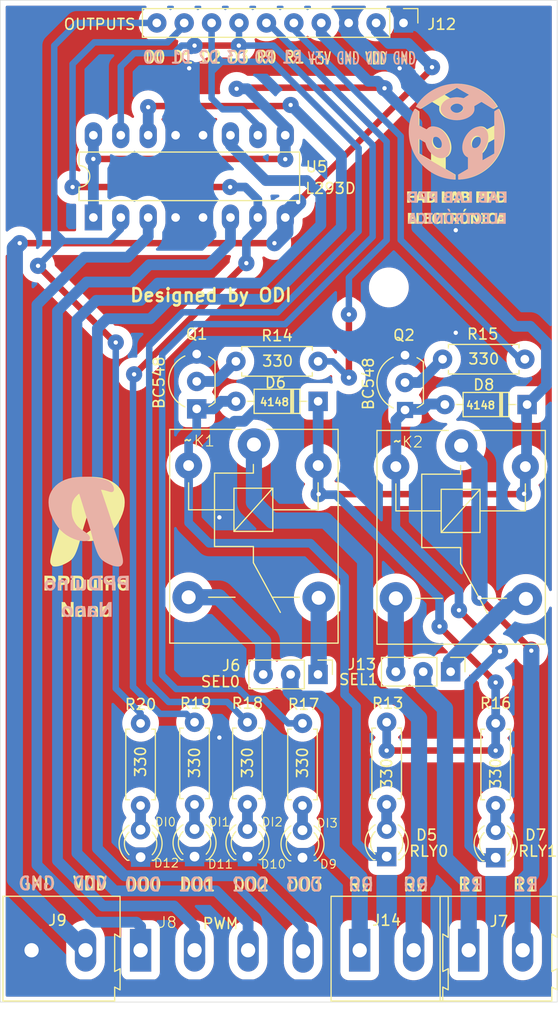
<source format=kicad_pcb>
(kicad_pcb (version 20240108) (generator "pcbnew") (generator_version "8.0")
  (layers (0 "F.Cu" signal) (31 "B.Cu" signal) (34 "B.Paste" user) (35 "F.Paste" user) (36 "B.SilkS" user "B.Silkscreen") (37 "F.SilkS" user "F.Silkscreen") (38 "B.Mask" user) (39 "F.Mask" user) (44 "Edge.Cuts" user))
  (net 0 "")
  (net 1 "Net-(D5-A)")
  (net 2 "Net-(D5-K)")
  (net 3 "Net-(D7-A)")
  (net 4 "Net-(D7-K)")
  (net 5 "GND")
  (net 6 "Net-(D9-A)")
  (net 7 "Net-(D10-A)")
  (net 8 "Net-(D11-A)")
  (net 9 "+5V")
  (net 10 "Net-(D12-A)")
  (net 11 "Net-(J6-Pin_3)")
  (net 12 "Net-(J6-Pin_1)")
  (net 13 "Net-(J14-Pin_1)")
  (net 14 "Net-(J13-Pin_2)")
  (net 15 "Net-(J7-Pin_2)")
  (net 16 "/PWM3")
  (net 17 "/PWM1")
  (net 18 "/PWM2")
  (net 19 "/PWM0")
  (net 20 "VDD")
  (net 21 "Net-(J13-Pin_3)")
  (net 22 "Net-(J13-Pin_1)")
  (net 23 "Net-(J14-Pin_2)")
  (net 24 "Net-(Q1-B)")
  (net 25 "Net-(Q2-B)")
  (net 26 "/RLY0")
  (net 27 "/RLY1")
  (net 28 "/PWM3m")
  (net 29 "/PWM2m")
  (net 30 "/PWM1m")
  (net 31 "/PWM0m")
  (footprint "Logo Fab Lab PPD Electronica:Logo Fab Lab PPD Electronica" (layer "F.Cu") (at 159.9 58)
    (property "Reference" "G***" (hide yes))
    (property "Value" "LOGO" (hide yes))
  )
  (footprint "Logo PPDuino Nano:Logo PPDuino Nano" (layer "F.Cu") (at 125.6 94.4)
    (property "Reference" "G***" (hide yes))
    (property "Value" "LOGO" (hide yes))
  )
  (footprint "Codigo_lib:Relay" (layer "F.Cu") (at 140.75 93.475 -90)
    (property "Reference" "K1")
    (property "Value" "~")
  )
  (footprint "Resistor_THT:R_Axial_DIN0207_L6.3mm_D2.5mm_P7.62mm_Horizontal" (layer "F.Cu") (at 139.43 77.225)
    (property "Reference" "R14")
    (property "Value" "330")
  )
  (footprint "Diode_THT:D_DO-35_SOD27_P7.62mm_Horizontal" (layer "F.Cu") (at 147.05 80.925 180)
    (property "Reference" "D6")
    (property "Value" "4148")
  )
  (footprint "Package_DIP:DIP-16_W7.62mm_LongPads" (layer "F.Cu") (at 126.225 63.895 90)
    (property "Reference" "U5")
    (property "Value" "L293D")
  )
  (footprint "Codigo_lib:Relay" (layer "F.Cu") (at 159.95 93.575 -90)
    (property "Reference" "K2")
    (property "Value" "~")
  )
  (footprint "Connector_PinHeader_2.54mm:PinHeader_1x03_P2.54mm_Vertical" (layer "F.Cu") (at 147.04 106.225 -90)
    (property "Reference" "J6")
    (property "Value" "SEL0")
  )
  (footprint "Borneras:TerminalBlock_Altech_AK300-4_P5.00mm" (layer "F.Cu") (at 130.56 131.875)
    (property "Reference" "J8")
    (property "Value" "PWM")
  )
  (footprint "Resistor_THT:R_Axial_DIN0207_L6.3mm_D2.5mm_P7.62mm_Horizontal" (layer "F.Cu") (at 135.6 118.275 90)
    (property "Reference" "R19")
    (property "Value" "330")
  )
  (footprint "Connector_PinHeader_2.54mm:PinHeader_1x03_P2.54mm_Vertical" (layer "F.Cu") (at 159.325 105.975 -90)
    (property "Reference" "J13")
    (property "Value" "SEL1")
  )
  (footprint "Connector_PinHeader_2.54mm:PinHeader_1x10_P2.54mm_Vertical" (layer "F.Cu") (at 154.96 45.875 -90)
    (property "Reference" "J12")
    (property "Value" "OUTPUTS")
  )
  (footprint "Package_TO_SOT_THT:TO-92L_Inline_Wide" (layer "F.Cu") (at 135.8 81.625 90)
    (property "Reference" "Q1")
    (property "Value" "BC548")
  )
  (footprint "Borneras:TerminalBlock_Altech_AK300-2_P5.00mm" (layer "F.Cu") (at 120.5 131.775)
    (property "Reference" "J9")
    (property "Value" "PWR_OUT")
  )
  (footprint "Borneras:TerminalBlock_Altech_AK300-2_P5.00mm" (layer "F.Cu") (at 150.9 131.775)
    (property "Reference" "J14")
    (property "Value" "RLY0")
  )
  (footprint "Resistor_THT:R_Axial_DIN0207_L6.3mm_D2.5mm_P7.62mm_Horizontal" (layer "F.Cu") (at 158.58 77.025)
    (property "Reference" "R15")
    (property "Value" "330")
  )
  (footprint "Resistor_THT:R_Axial_DIN0207_L6.3mm_D2.5mm_P7.62mm_Horizontal" (layer "F.Cu") (at 145.6 118.375 90)
    (property "Reference" "R17")
    (property "Value" "330")
  )
  (footprint "LED_THT:LED_D3.0mm_IRBlack" (layer "F.Cu") (at 140.5 123.1 90)
    (property "Reference" "D10")
    (property "Value" "DI2")
  )
  (footprint "LED_THT:LED_D3.0mm_IRBlack" (layer "F.Cu") (at 135.6 123.1 90)
    (property "Reference" "D11")
    (property "Value" "DI1")
  )
  (footprint "MountingHole:MountingHole_3.2mm_M3" (layer "F.Cu") (at 153.6 70.375)
    (property "Reference" "REF**" (hide yes))
    (property "Value" "MountingHole_3.2mm_M3" (hide yes))
  )
  (footprint "Package_TO_SOT_THT:TO-92L_Inline_Wide" (layer "F.Cu") (at 155.1 81.725 90)
    (property "Reference" "Q2")
    (property "Value" "BC548")
  )
  (footprint "Diode_THT:D_DO-35_SOD27_P7.62mm_Horizontal" (layer "F.Cu") (at 166.41 81.225 180)
    (property "Reference" "D8")
    (property "Value" "4148")
  )
  (footprint "Borneras:TerminalBlock_Altech_AK300-2_P5.00mm" (layer "F.Cu") (at 161 131.775)
    (property "Reference" "J7")
    (property "Value" "RLY1")
  )
  (footprint "LED_THT:LED_D3.0mm_IRBlack" (layer "F.Cu") (at 145.6 123.2 90)
    (property "Reference" "D9")
    (property "Value" "DI3")
  )
  (footprint "LED_THT:LED_D3.0mm_IRBlack" (layer "F.Cu") (at 153.4 123.1 90)
    (property "Reference" "D5")
    (property "Value" "RLY0")
  )
  (footprint "Resistor_THT:R_Axial_DIN0207_L6.3mm_D2.5mm_P7.62mm_Horizontal" (layer "F.Cu") (at 130.6 118.375 90)
    (property "Reference" "R20")
    (property "Value" "330")
  )
  (footprint "Resistor_THT:R_Axial_DIN0207_L6.3mm_D2.5mm_P7.62mm_Horizontal" (layer "F.Cu") (at 153.4 118.275 90)
    (property "Reference" "R13")
    (property "Value" "330")
  )
  (footprint "Resistor_THT:R_Axial_DIN0207_L6.3mm_D2.5mm_P7.62mm_Horizontal" (layer "F.Cu") (at 163.5 118.375 90)
    (property "Reference" "R16")
    (property "Value" "330")
  )
  (footprint "Resistor_THT:R_Axial_DIN0207_L6.3mm_D2.5mm_P7.62mm_Horizontal" (layer "F.Cu") (at 140.5 118.275 90)
    (property "Reference" "R18")
    (property "Value" "330")
  )
  (footprint "LED_THT:LED_D3.0mm_IRBlack" (layer "F.Cu") (at 130.6 123.15 90)
    (property "Reference" "D12")
    (property "Value" "DI0")
  )
  (footprint "LED_THT:LED_D3.0mm_IRBlack" (layer "F.Cu") (at 163.5 123.2 90)
    (property "Reference" "D7")
    (property "Value" "RLY1")
  )
  (footprint "Logo Fab Lab PPD Electronica:Logo Fab Lab PPD Electronica" (layer "B.Cu") (at 159.9 58 180)
    (property "Reference" "G***" (hide yes))
    (property "Value" "LOGO" (hide yes))
  )
  (footprint "Logo PPDuino Nano:Logo PPDuino Nano" (layer "B.Cu") (at 125.6 94.4 180)
    (property "Reference" "G***" (hide yes))
    (property "Value" "LOGO" (hide yes))
  )
  (gr_rect (start 117.6 43.775) (end 169.2 136.575) (stroke (width 0.05)) (fill none) (layer "Edge.Cuts"))
  (gr_text "R1 R0 D3 D2 D1 D0" (at 145.7 49.7 0) (layer "B.SilkS") (effects (font (size 1.1 0.95) (thickness 0.19) (bold yes)) (justify left bottom mirror)))
  (gr_text "R1   R1   R0   R0" (at 167.6 126.4 0) (layer "B.SilkS") (effects (font (size 1.2 1.2) (thickness 0.2) (bold yes)) (justify left bottom mirror)))
  (gr_text "VDD  GND" (at 127.6 126.3 0) (layer "B.SilkS") (effects (font (size 1.2 1.1) (thickness 0.2) (bold yes)) (justify left bottom mirror)))
  (gr_text "DO3  DO2  DO1  DO0" (at 147.5 126.4 0) (layer "B.SilkS") (effects (font (size 1.2 1.1) (thickness 0.2) (bold yes)) (justify left bottom mirror)))
  (gr_text "GND VDD GND +5V" (at 156.2 49.8 0) (layer "B.SilkS") (effects (font (size 1.1 0.7) (thickness 0.14) (bold yes)) (justify left bottom mirror)))
  (gr_text "DO0  DO1  DO2  DO3" (at 129.1 126.4 0) (layer "F.SilkS") (effects (font (size 1.2 1.1) (thickness 0.2) (bold yes)) (justify left bottom)))
  (gr_text "D0 D1 D2 D3 R0 R1" (at 130.9 49.7 0) (layer "F.SilkS") (effects (font (size 1.1 0.95) (thickness 0.19) (bold yes)) (justify left bottom)))
  (gr_text "+5V GND VDD GND" (at 146 49.8 0) (layer "F.SilkS") (effects (font (size 1.1 0.7) (thickness 0.14) (bold yes)) (justify left bottom)))
  (gr_text "Designed by ODI" (at 129.5 71.8 0) (layer "F.SilkS") (effects (font (size 1.2 1.2) (thickness 0.24) (bold yes)) (justify left bottom)))
  (gr_text "R0   R0   R1   R1" (at 149.7 126.4 0) (layer "F.SilkS") (effects (font (size 1.2 1.2) (thickness 0.2) (bold yes)) (justify left bottom)))
  (gr_text "GND  VDD" (at 119.2 126.3 0) (layer "F.SilkS") (effects (font (size 1.2 1.1) (thickness 0.2) (bold yes)) (justify left bottom)))
  (segment (start 153.4 118.275) (end 153.4 120.56) (width 1) (layer "B.Cu") (net 1))
  (segment (start 135.05 84.575) (end 135.8 83.825) (width 0.8) (layer "B.Cu") (net 2))
  (segment (start 151.925 123.1) (end 150.6 121.775) (width 0.8) (layer "B.Cu") (net 2))
  (segment (start 135.8 83.825) (end 135.8 81.625) (width 0.8) (layer "B.Cu") (net 2))
  (segment (start 135.8 81.625) (end 137.35 81.625) (width 1) (layer "B.Cu") (net 2))
  (segment (start 138.05 80.925) (end 139.43 80.925) (width 1) (layer "B.Cu") (net 2))
  (segment (start 137.35 81.625) (end 138.05 80.925) (width 1) (layer "B.Cu") (net 2))
  (segment (start 149.5 108.075) (end 149.5 97.225) (width 0.8) (layer "B.Cu") (net 2))
  (segment (start 150.6 121.775) (end 150.6 109.175) (width 0.8) (layer "B.Cu") (net 2))
  (segment (start 149.5 97.225) (end 146.35 94.075) (width 0.8) (layer "B.Cu") (net 2))
  (segment (start 150.6 109.175) (end 149.5 108.075) (width 0.8) (layer "B.Cu") (net 2))
  (segment (start 146.35 94.075) (end 136.95 94.075) (width 0.8) (layer "B.Cu") (net 2))
  (segment (start 136.95 94.075) (end 135.05 92.175) (width 0.8) (layer "B.Cu") (net 2))
  (segment (start 153.4 123.1) (end 151.925 123.1) (width 0.8) (layer "B.Cu") (net 2))
  (segment (start 135.05 92.175) (end 135.05 86.875) (width 0.8) (layer "B.Cu") (net 2))
  (segment (start 135.05 86.875) (end 135.05 84.575) (width 0.8) (layer "B.Cu") (net 2))
  (segment (start 163.5 118.375) (end 163.5 120.66) (width 1) (layer "B.Cu") (net 3))
  (segment (start 160.1 100.275) (end 163.9 104.075) (width 0.6) (layer "F.Cu") (net 4))
  (via (at 163.9 104.075) (size 1.5) (drill 0.4) (layers "F.Cu" "B.Cu") (net 4))
  (via (at 160.1 100.275) (size 1.5) (drill 0.4) (layers "F.Cu" "B.Cu") (net 4))
  (segment (start 154.25 86.975) (end 154.25 82.675) (width 1) (layer "B.Cu") (net 4))
  (segment (start 161 106.975) (end 161 122.075) (width 0.8) (layer "B.Cu") (net 4))
  (segment (start 160.1 98.475) (end 154.25 92.625) (width 0.8) (layer "B.Cu") (net 4))
  (segment (start 154.25 92.625) (end 154.25 86.975) (width 0.8) (layer "B.Cu") (net 4))
  (segment (start 161 122.075) (end 162.125 123.2) (width 0.8) (layer "B.Cu") (net 4))
  (segment (start 160.1 100.275) (end 160.1 98.475) (width 0.8) (layer "B.Cu") (net 4))
  (segment (start 162.125 123.2) (end 163.5 123.2) (width 0.8) (layer "B.Cu") (net 4))
  (segment (start 154.25 82.675) (end 155.25 81.675) (width 1) (layer "B.Cu") (net 4))
  (segment (start 163.9 104.075) (end 161 106.975) (width 0.8) (layer "B.Cu") (net 4))
  (segment (start 157.25 81.175) (end 158.74 81.175) (width 1) (layer "B.Cu") (net 4))
  (segment (start 155.25 81.675) (end 156.75 81.675) (width 1) (layer "B.Cu") (net 4))
  (segment (start 156.75 81.675) (end 157.25 81.175) (width 1) (layer "B.Cu") (net 4))
  (segment (start 137.9 112.075) (end 137.9 91.675) (width 0.6) (layer "F.Cu") (net 5))
  (segment (start 159.8 65.075) (end 159.8 74.575) (width 0.6) (layer "F.Cu") (net 5))
  (segment (start 135.1 50.075) (end 154.6 50.075) (width 0.6) (layer "F.Cu") (net 5))
  (via (at 137.9 112.075) (size 1.5) (drill 0.4) (layers "F.Cu" "B.Cu") (net 5))
  (via (at 159.8 65.075) (size 1.5) (drill 0.4) (layers "F.Cu" "B.Cu") (net 5))
  (via (at 135.1 50.075) (size 1.5) (drill 0.4) (layers "F.Cu" "B.Cu") (net 5))
  (via (at 154.6 50.075) (size 1.5) (drill 0.4) (layers "F.Cu" "B.Cu") (net 5))
  (via (at 137.9 91.675) (size 1.5) (drill 0.4) (layers "F.Cu" "B.Cu") (net 5))
  (via (at 159.8 74.575) (size 1.5) (drill 0.4) (layers "F.Cu" "B.Cu") (net 5))
  (segment (start 140.6 123.2) (end 140.5 123.1) (width 1) (layer "B.Cu") (net 5))
  (segment (start 144.6 75.375) (end 145.2 75.375) (width 1) (layer "B.Cu") (net 5))
  (segment (start 154 49.475) (end 152.6 49.475) (width 1.5) (layer "B.Cu") (net 5))
  (segment (start 143.9 123.2) (end 140.6 123.2) (width 1) (layer "B.Cu") (net 5))
  (segment (start 159.8 74.575) (end 157.17 74.575) (width 1.5) (layer "B.Cu") (net 5))
  (segment (start 140.5 75.375) (end 141.8 75.375) (width 1) (layer "B.Cu") (net 5))
  (segment (start 139.3 82.775) (end 140.2 82.775) (width 1) (layer "B.Cu") (net 5))
  (segment (start 158.4 63.675) (end 159.8 65.075) (width 1.5) (layer "B.Cu") (net 5))
  (segment (start 137.9 84.175) (end 139.3 82.775) (width 1) (layer "B.Cu") (net 5))
  (segment (start 137.9 123.1) (end 137.9 112.075) (width 1) (layer "B.Cu") (net 5))
  (segment (start 136.385 56.275) (end 136.385 63.895) (width 1.5) (layer "B.Cu") (net 5))
  (segment (start 158.4 53.775) (end 158.4 56.875) (width 1.5) (layer "B.Cu") (net 5))
  (segment (start 159.4 45.875) (end 154.96 45.875) (width 1.5) (layer "B.Cu") (net 5))
  (segment (start 158.4 56.875) (end 158.4 63.675) (width 1.5) (layer "B.Cu") (net 5))
  (segment (start 159.9 53.775) (end 161.3 52.375) (width 1.5) (layer "B.Cu") (net 5))
  (segment (start 141.8 75.375) (end 143.2 76.775) (width 1) (layer "B.Cu") (net 5))
  (segment (start 152.02 76.645) (end 155.1 76.645) (width 1) (layer "B.Cu") (net 5))
  (segment (start 136.385 63.895) (end 135.1 63.895) (width 1.5) (layer "B.Cu") (net 5))
  (segment (start 145.6 125.375) (end 145.6 124.9) (width 1) (layer "B.Cu") (net 5))
  (segment (start 140.5 123.1) (end 137.9 123.1) (width 1) (layer "B.Cu") (net 5))
  (segment (start 145.6 124.9) (end 143.9 123.2) (width 1) (layer "B.Cu") (net 5))
  (segment (start 148.3 133.875) (end 148.3 128.675) (width 1) (layer "B.Cu") (net 5))
  (segment (start 154.6 50.075) (end 154.7 50.075) (width 1.5) (layer "B.Cu") (net 5))
  (segment (start 130.65 123.1) (end 130.6 123.15) (width 1) (layer "B.Cu") (net 5))
  (segment (start 137.9 123.1) (end 135.6 123.1) (width 1) (layer "B.Cu") (net 5))
  (segment (start 143.2 79.775) (end 143.2 76.775) (width 1) (layer "B.Cu") (net 5))
  (segment (start 158.4 56.875) (end 158.4 55.275) (width 1.5) (layer "B.Cu") (net 5))
  (segment (start 152.6 49.475) (end 149.88 46.755) (width 1.5) (layer "B.Cu") (net 5))
  (segment (start 121.6 134.975) (end 147.2 134.975) (width 1) (layer "B.Cu") (net 5))
  (segment (start 137.9 91.675) (end 137.9 84.175) (width 1) (layer "B.Cu") (net 5))
  (segment (start 145.6 123.2) (end 143.9 123.2) (width 1) (layer "B.Cu") (net 5))
  (segment (start 140.5 75.375) (end 143.2 75.375) (width 1) (layer "B.Cu") (net 5))
  (segment (start 143.2 76.775) (end 144.6 75.375) (width 1) (layer "B.Cu") (net 5))
  (segment (start 143.2 75.375) (end 145.2 75.375) (width 1) (layer "B.Cu") (net 5))
  (segment (start 135.1 63.895) (end 133.845 63.895) (width 1.5) (layer "B.Cu") (net 5))
  (segment (start 140.2 82.775) (end 143.2 79.775) (width 1) (layer "B.Cu") (net 5))
  (segment (start 135.8 76.545) (end 136.97 75.375) (width 1) (layer "B.Cu") (net 5))
  (segment (start 158.4 55.275) (end 159.9 53.775) (width 1.5) (layer "B.Cu") (net 5))
  (segment (start 135.1 50.075) (end 135.1 56.275) (width 1.5) (layer "B.Cu") (net 5))
  (segment (start 135.1 56.275) (end 136.385 56.275) (width 1.5) (layer "B.Cu") (net 5))
  (segment (start 136.97 75.375) (end 140.5 75.375) (width 1) (layer "B.Cu") (net 5))
  (segment (start 161.3 47.775) (end 159.4 45.875) (width 1.5) (layer "B.Cu") (net 5))
  (segment (start 147.2 134.975) (end 148.3 133.875) (width 1) (layer "B.Cu") (net 5))
  (segment (start 135.1 63.895) (end 135.1 56.275) (width 1.5) (layer "B.Cu") (net 5))
  (segment (start 157.17 74.575) (end 155.1 76.645) (width 1.5) (layer "B.Cu") (net 5))
  (segment (start 148.3 128.675) (end 145.6 125.975) (width 1) (layer "B.Cu") (net 5))
  (segment (start 161.3 52.375) (end 161.3 47.775) (width 1.5) (layer "B.Cu") (net 5))
  (segment (start 120.5 131.775) (end 120.5 133.875) (width 1) (layer "B.Cu") (net 5))
  (segment (start 133.845 56.275) (end 133.845 63.895) (width 1.5) (layer "B.Cu") (net 5))
  (segment (start 143.2 76.775) (end 143.2 75.375) (width 1) (layer "B.Cu") (net 5))
  (segment (start 145.6 125.375) (end 145.6 123.2) (width 1) (layer "B.Cu") (net 5))
  (segment (start 154.6 50.075) (end 154 49.475) (width 1.5) (layer "B.Cu") (net 5))
  (segment (start 120.5 133.875) (end 121.6 134.975) (width 1) (layer "B.Cu") (net 5))
  (segment (start 135.6 123.1) (end 130.65 123.1) (width 1) (layer "B.Cu") (net 5))
  (segment (start 145.6 125.975) (end 145.6 125.375) (width 1) (layer "B.Cu") (net 5))
  (segment (start 154.7 50.075) (end 158.4 53.775) (width 1.5) (layer "B.Cu") (net 5))
  (segment (start 158.4 53.775) (end 159.9 53.775) (width 1.5) (layer "B.Cu") (net 5))
  (segment (start 150.75 75.375) (end 152.02 76.645) (width 1) (layer "B.Cu") (net 5))
  (segment (start 149.88 46.755) (end 149.88 45.875) (width 1.5) (layer "B.Cu") (net 5))
  (segment (start 133.845 56.275) (end 135.1 56.275) (width 1.5) (layer "B.Cu") (net 5))
  (segment (start 145.2 75.375) (end 150.75 75.375) (width 1) (layer "B.Cu") (net 5))
  (segment (start 145.6 118.375) (end 145.6 120.66) (width 1) (layer "B.Cu") (net 6))
  (segment (start 140.5 118.275) (end 140.5 120.56) (width 1) (layer "B.Cu") (net 7))
  (segment (start 135.6 118.275) (end 135.6 120.56) (width 1) (layer "B.Cu") (net 8))
  (segment (start 147.1 89.525) (end 166.1 89.525) (width 0.6) (layer "F.Cu") (net 9))
  (segment (start 158.3 101.775) (end 163.5 106.975) (width 0.6) (layer "F.Cu") (net 9))
  (segment (start 139.6 51.875) (end 153.15 51.875) (width 0.6) (layer "F.Cu") (net 9))
  (segment (start 144.005 58.496006) (end 143.983994 58.475) (width 1) (layer "F.Cu") (net 9))
  (segment (start 166.1 89.525) (end 166.128957 89.496043) (width 1) (layer "F.Cu") (net 9))
  (segment (start 153.15 51.875) (end 153.2 51.925) (width 1) (layer "F.Cu") (net 9))
  (segment (start 143.983994 58.475) (end 126.225 58.475) (width 0.6) (layer "F.Cu") (net 9))
  (segment (start 139.5 51.975) (end 139.6 51.875) (width 1) (layer "F.Cu") (net 9))
  (segment (start 153.4 113.275) (end 163.5 113.275) (width 0.6) (layer "F.Cu") (net 9))
  (via (at 147.1 89.525) (size 1.5) (drill 0.4) (layers "F.Cu" "B.Cu") (net 9))
  (via (at 153.2 51.925) (size 1.5) (drill 0.4) (layers "F.Cu" "B.Cu") (net 9))
  (via (at 158.3 101.775) (size 1.5) (drill 0.4) (layers "F.Cu" "B.Cu") (net 9))
  (via (at 144.005 58.496006) (size 1.5) (drill 0.4) (layers "F.Cu" "B.Cu") (net 9))
  (via (at 163.5 106.975) (size 1.5) (drill 0.4) (layers "F.Cu" "B.Cu") (net 9))
  (via (at 139.5 51.975) (size 1.5) (drill 0.4) (layers "F.Cu" "B.Cu") (net 9))
  (via (at 163.5 113.275) (size 1.5) (drill 0.4) (layers "F.Cu" "B.Cu") (net 9))
  (via (at 166.128957 89.496043) (size 1.5) (drill 0.4) (layers "F.Cu" "B.Cu") (net 9))
  (via (at 153.4 113.275) (size 1.5) (drill 0.4) (layers "F.Cu" "B.Cu") (net 9))
  (via (at 126.225 58.475) (size 1.5) (drill 0.4) (layers "F.Cu" "B.Cu") (net 9))
  (segment (start 147.05 86.925) (end 147.05 80.925) (width 1) (layer "B.Cu") (net 9))
  (segment (start 139.5 51.975) (end 140.5 51.975) (width 1) (layer "B.Cu") (net 9))
  (segment (start 152.55 51.275) (end 151.7 51.275) (width 1) (layer "B.Cu") (net 9))
  (segment (start 168.2 75.475) (end 168.2 79.435) (width 1) (layer "B.Cu") (net 9))
  (segment (start 148.7 89.575) (end 147.15 89.575) (width 0.8) (layer "B.Cu") (net 9))
  (segment (start 166.7 73.975) (end 168.2 75.475) (width 1) (layer "B.Cu") (net 9))
  (segment (start 158.3 99.175) (end 148.7 89.575) (width 0.8) (layer "B.Cu") (net 9))
  (segment (start 147.15 89.575) (end 147.1 89.525) (width 0.8) (layer "B.Cu") (net 9))
  (segment (start 166.25 89.375) (end 166.25 86.975) (width 1) (layer "B.Cu") (net 9))
  (segment (start 147.05 86.875) (end 147.05 89.475) (width 1) (layer "B.Cu") (net 9))
  (segment (start 140.5 51.975) (end 144.005 55.48) (width 1) (layer "B.Cu") (net 9))
  (segment (start 151.7 51.275) (end 147.34 46.915) (width 1) (layer "B.Cu") (net 9))
  (segment (start 156.2 64.875) (end 165.3 73.975) (width 1) (layer "B.Cu") (net 9))
  (segment (start 168.2 79.435) (end 166.41 81.225) (width 1) (layer "B.Cu") (net 9))
  (segment (start 165.3 73.975) (end 166.7 73.975) (width 1) (layer "B.Cu") (net 9))
  (segment (start 144.005 58.496006) (end 144.005 56.275) (width 1) (layer "B.Cu") (net 9))
  (segment (start 126.225 58.475) (end 126.225 63.895) (width 1) (layer "B.Cu") (net 9))
  (segment (start 163.5 110.755) (end 163.5 113.275) (width 0.8) (layer "B.Cu") (net 9))
  (segment (start 153.2 51.925) (end 152.55 51.275) (width 1) (layer "B.Cu") (net 9))
  (segment (start 156.2 55.175) (end 156.2 64.875) (width 1) (layer "B.Cu") (net 9))
  (segment (start 153.2 51.925) (end 153.2 52.175) (width 1) (layer "B.Cu") (net 9))
  (segment (start 158.3 101.775) (end 158.3 99.175) (width 0.8) (layer "B.Cu") (net 9))
  (segment (start 126.225 58.475) (end 126.225 56.275) (width 1) (layer "B.Cu") (net 9))
  (segment (start 153.2 52.175) (end 156.2 55.175) (width 1) (layer "B.Cu") (net 9))
  (segment (start 147.05 89.475) (end 147.1 89.525) (width 1) (layer "B.Cu") (net 9))
  (segment (start 153.4 110.655) (end 153.4 113.275) (width 0.8) (layer "B.Cu") (net 9))
  (segment (start 166.36 86.865) (end 166.25 86.975) (width 1) (layer "B.Cu") (net 9))
  (segment (start 166.128957 89.496043) (end 166.25 89.375) (width 1) (layer "B.Cu") (net 9))
  (segment (start 144.005 55.48) (end 144.005 56.275) (width 1) (layer "B.Cu") (net 9))
  (segment (start 163.5 110.755) (end 163.5 106.975) (width 0.8) (layer "B.Cu") (net 9))
  (segment (start 147.34 46.915) (end 147.34 45.875) (width 1) (layer "B.Cu") (net 9))
  (segment (start 166.36 81.175) (end 166.36 86.865) (width 1) (layer "B.Cu") (net 9))
  (segment (start 130.6 118.375) (end 130.6 120.61) (width 1) (layer "B.Cu") (net 10))
  (segment (start 137.85 99.075) (end 141.96 103.185) (width 1.5) (layer "B.Cu") (net 11))
  (segment (start 141.96 103.185) (end 141.96 106.225) (width 1.5) (layer "B.Cu") (net 11))
  (segment (start 135.05 99.075) (end 137.85 99.075) (width 1.5) (layer "B.Cu") (net 11))
  (segment (start 147.1 99.125) (end 147.1 106.165) (width 1.5) (layer "B.Cu") (net 12))
  (segment (start 147.1 106.165) (end 147.04 106.225) (width 1.5) (layer "B.Cu") (net 12))
  (segment (start 148.3 122.475) (end 150.9 125.075) (width 1.5) (layer "B.Cu") (net 13))
  (segment (start 148.3 109.575) (end 148.3 122.475) (width 1.5) (layer "B.Cu") (net 13))
  (segment (start 144.5 107.725) (end 145.25 108.475) (width 1.5) (layer "B.Cu") (net 13))
  (segment (start 147.2 108.475) (end 148.3 109.575) (width 1.5) (layer "B.Cu") (net 13))
  (segment (start 144.5 106.225) (end 144.5 107.725) (width 1.5) (layer "B.Cu") (net 13))
  (segment (start 145.25 108.475) (end 147.2 108.475) (width 1.5) (layer "B.Cu") (net 13))
  (segment (start 150.9 125.075) (end 150.9 131.775) (width 1.5) (layer "B.Cu") (net 13))
  (segment (start 156.785 107.36) (end 156.785 105.975) (width 1.5) (layer "B.Cu") (net 14))
  (segment (start 161 125.475) (end 158.8 123.275) (width 1.5) (layer "B.Cu") (net 14))
  (segment (start 158.8 123.275) (end 158.8 109.375) (width 1.5) (layer "B.Cu") (net 14))
  (segment (start 158.8 109.375) (end 156.785 107.36) (width 1.5) (layer "B.Cu") (net 14))
  (segment (start 161 131.775) (end 161 125.475) (width 1.5) (layer "B.Cu") (net 14))
  (segment (start 166.8 103.925) (end 162 99.125) (width 0.6) (layer "F.Cu") (net 15))
  (segment (start 166.8 104.025) (end 166.8 103.925) (width 1.5) (layer "F.Cu") (net 15))
  (via (at 166.8 104.025) (size 1.5) (drill 0.4) (layers "F.Cu" "B.Cu") (net 15))
  (via (at 162 99.125) (size 1.5) (drill 0.4) (layers "F.Cu" "B.Cu") (net 15))
  (segment (start 166.8 124.675) (end 166 125.475) (width 1.5) (layer "B.Cu") (net 15))
  (segment (start 166 125.475) (end 166 131.775) (width 1.5) (layer "B.Cu") (net 15))
  (segment (start 162 86.725) (end 160.3 85.025) (width 1.5) (layer "B.Cu") (net 15))
  (segment (start 166.8 104.025) (end 166.8 124.675) (width 1.5) (layer "B.Cu") (net 15))
  (segment (start 162 99.125) (end 162 86.725) (width 1.5) (layer "B.Cu") (net 15))
  (segment (start 131.405 53.575) (end 131.305 53.675) (width 1) (layer "F.Cu") (net 16))
  (segment (start 144.4 53.575) (end 131.405 53.575) (width 0.6) (layer "F.Cu") (net 16))
  (segment (start 144.5 53.475) (end 144.4 53.575) (width 1) (layer "F.Cu") (net 16))
  (via (at 144.5 53.475) (size 1.5) (drill 0.4) (layers "F.Cu" "B.Cu") (net 16))
  (via (at 131.305 53.675) (size 1.5) (drill 0.4) (layers "F.Cu" "B.Cu") (net 16))
  (segment (start 129.125 124.875) (end 126.6 122.35) (width 1) (layer "B.Cu") (net 16))
  (segment (start 145.66 129.635) (end 140.9 124.875) (width 1) (layer "B.Cu") (net 16))
  (segment (start 133.3 71.475) (end 142.5 71.475) (width 1) (layer "B.Cu") (net 16))
  (segment (start 126.6 74.175) (end 127.5 73.275) (width 1) (layer "B.Cu") (net 16))
  (segment (start 149.2 58.175) (end 144.5 53.475) (width 1) (layer "B.Cu") (net 16))
  (segment (start 142.5 71.475) (end 149.2 64.775) (width 1) (layer "B.Cu") (net 16))
  (segment (start 131.5 73.275) (end 133.3 71.475) (width 1) (layer "B.Cu") (net 16))
  (segment (start 140.9 124.875) (end 129.125 124.875) (width 1) (layer "B.Cu") (net 16))
  (segment (start 126.6 122.35) (end 126.6 74.175) (width 1) (layer "B.Cu") (net 16))
  (segment (start 149.2 64.775) (end 149.2 58.175) (width 1) (layer "B.Cu") (net 16))
  (segment (start 145.66 131.875) (end 145.66 129.635) (width 1) (layer "B.Cu") (net 16))
  (segment (start 131.305 53.675) (end 131.305 56.275) (width 1) (layer "B.Cu") (net 16))
  (segment (start 127.5 73.275) (end 131.5 73.275) (width 1) (layer "B.Cu") (net 16))
  (segment (start 122.9 72.575) (end 125.6 69.875) (width 1) (layer "B.Cu") (net 17))
  (segment (start 125.6 69.875) (end 129.8 69.875) (width 1) (layer "B.Cu") (net 17))
  (segment (start 138.925 66.25) (end 138.925 63.895) (width 1) (layer "B.Cu") (net 17))
  (segment (start 131.4 68.275) (end 136.9 68.275) (width 1) (layer "B.Cu") (net 17))
  (segment (start 135.6 131.775) (end 135.6 129.575) (width 1) (layer "B.Cu") (net 17))
  (segment (start 133.7 127.675) (end 127.1 127.675) (width 1) (layer "B.Cu") (net 17))
  (segment (start 135.6 129.575) (end 133.7 127.675) (width 1) (layer "B.Cu") (net 17))
  (segment (start 127.1 127.675) (end 122.9 123.475) (width 1) (layer "B.Cu") (net 17))
  (segment (start 136.9 68.275) (end 138.925 66.25) (width 1) (layer "B.Cu") (net 17))
  (segment (start 122.9 123.475) (end 122.9 72.575) (width 1) (layer "B.Cu") (net 17))
  (segment (start 129.8 69.875) (end 131.4 68.275) (width 1) (layer "B.Cu") (net 17))
  (segment (start 137.6 126.275) (end 128.2 126.275) (width 1) (layer "B.Cu") (net 18))
  (segment (start 140.56 131.775) (end 140.56 129.235) (width 1) (layer "B.Cu") (net 18))
  (segment (start 147.3 61.775) (end 146 60.475) (width 1) (layer "B.Cu") (net 18))
  (segment (start 142.2 60.475) (end 138.925 57.2) (width 1) (layer "B.Cu") (net 18))
  (segment (start 124.7 73.375) (end 126.5 71.575) (width 1) (layer "B.Cu") (net 18))
  (segment (start 147.3 64.575) (end 147.3 61.775) (width 1) (layer "B.Cu") (net 18))
  (segment (start 140.56 129.235) (end 137.6 126.275) (width 1) (layer "B.Cu") (net 18))
  (segment (start 138.925 57.2) (end 138.925 56.275) (width 1) (layer "B.Cu") (net 18))
  (segment (start 141.9 69.975) (end 147.3 64.575) (width 1) (layer "B.Cu") (net 18))
  (segment (start 130.6 71.575) (end 132.2 69.975) (width 1) (layer "B.Cu") (net 18))
  (segment (start 146 60.475) (end 142.2 60.475) (width 1) (layer "B.Cu") (net 18))
  (segment (start 132.2 69.975) (end 141.9 69.975) (width 1) (layer "B.Cu") (net 18))
  (segment (start 126.5 71.575) (end 130.6 71.575) (width 1) (layer "B.Cu") (net 18))
  (segment (start 128.2 126.275) (end 124.7 122.775) (width 1) (layer "B.Cu") (net 18))
  (segment (start 124.7 122.775) (end 124.7 73.375) (width 1) (layer "B.Cu") (net 18))
  (segment (start 131.305 65.67) (end 131.305 63.895) (width 1) (layer "B.Cu") (net 19))
  (segment (start 129.4 67.575) (end 131.305 65.67) (width 1) (layer "B.Cu") (net 19))
  (segment (start 130.6 131.775) (end 130.6 129.575) (width 1) (layer "B.Cu") (net 19))
  (segment (start 121 71.975) (end 125.4 67.575) (width 1) (layer "B.Cu") (net 19))
  (segment (start 121 123.875) (end 121 71.975) (width 1) (layer "B.Cu") (net 19))
  (segment (start 130.6 129.575) (end 130.2 129.175) (width 1) (layer "B.Cu") (net 19))
  (segment (start 126.3 129.175) (end 121 123.875) (width 1) (layer "B.Cu") (net 19))
  (segment (start 130.2 129.175) (end 126.3 129.175) (width 1) (layer "B.Cu") (net 19))
  (segment (start 125.4 67.575) (end 129.4 67.575) (width 1) (layer "B.Cu") (net 19))
  (segment (start 157.6 49.975) (end 157.6 50.075) (width 1) (layer "F.Cu") (net 20))
  (segment (start 157.6 50.075) (end 144.95 62.725) (width 0.6) (layer "F.Cu") (net 20))
  (segment (start 143 66.275) (end 119.4 66.275) (width 0.6) (layer "F.Cu") (net 20))
  (via (at 119.4 66.275) (size 1.5) (drill 0.4) (layers "F.Cu" "B.Cu") (net 20))
  (via (at 157.6 49.975) (size 1.5) (drill 0.4) (layers "F.Cu" "B.Cu") (net 20))
  (via (at 145.2 62.475) (size 1.5) (drill 0.4) (layers "F.Cu" "B.Cu") (net 20))
  (via (at 143 66.275) (size 1.5) (drill 0.4) (layers "F.Cu" "B.Cu") (net 20))
  (segment (start 143 66.275) (end 144.005 65.27) (width 1.5) (layer "B.Cu") (net 20))
  (segment (start 118.95 125.225) (end 125.5 131.775) (width 1.5) (layer "B.Cu") (net 20))
  (segment (start 157.6 49.975) (end 155.4 47.775) (width 1) (layer "B.Cu") (net 20))
  (segment (start 155.4 47.775) (end 153.6 47.775) (width 1) (layer "B.Cu") (net 20))
  (segment (start 145.2 62.475) (end 144.005 63.67) (width 1.5) (layer "B.Cu") (net 20))
  (segment (start 119.4 66.275) (end 118.95 66.725) (width 1.5) (layer "B.Cu") (net 20))
  (segment (start 153.6 47.775) (end 152.42 46.595) (width 1) (layer "B.Cu") (net 20))
  (segment (start 144.005 63.67) (end 144.005 63.895) (width 1.5) (layer "B.Cu") (net 20))
  (segment (start 144.005 65.27) (end 144.005 63.895) (width 1.5) (layer "B.Cu") (net 20))
  (segment (start 118.95 66.725) (end 118.95 125.225) (width 1.5) (layer "B.Cu") (net 20))
  (segment (start 152.42 46.595) (end 152.42 45.875) (width 1) (layer "B.Cu") (net 20))
  (segment (start 154.245 99.18) (end 154.25 99.175) (width 1.5) (layer "B.Cu") (net 21))
  (segment (start 154.52 99.445) (end 154.25 99.175) (width 1.5) (layer "B.Cu") (net 21))
  (segment (start 154.245 105.975) (end 154.245 99.18) (width 1.5) (layer "B.Cu") (net 21))
  (segment (start 165.15 99.225) (end 166.3 99.225) (width 1.5) (layer "B.Cu") (net 22))
  (segment (start 159.325 105.05) (end 165.15 99.225) (width 1.5) (layer "B.Cu") (net 22))
  (segment (start 159.325 105.975) (end 159.325 105.05) (width 1.5) (layer "B.Cu") (net 22))
  (segment (start 141.1 84.925) (end 141.1 90.275) (width 1.5) (layer "B.Cu") (net 23))
  (segment (start 151.4 95.625) (end 151.4 107.175) (width 1.5) (layer "B.Cu") (net 23))
  (segment (start 155.9 125.375) (end 155.9 131.775) (width 1.5) (layer "B.Cu") (net 23))
  (segment (start 151.4 107.175) (end 152.5 108.275) (width 1.5) (layer "B.Cu") (net 23))
  (segment (start 152.5 108.275) (end 154.4 108.275) (width 1.5) (layer "B.Cu") (net 23))
  (segment (start 147.75 91.975) (end 151.4 95.625) (width 1.5) (layer "B.Cu") (net 23))
  (segment (start 142.8 91.975) (end 147.75 91.975) (width 1.5) (layer "B.Cu") (net 23))
  (segment (start 154.4 108.275) (end 156.4 110.275) (width 1.5) (layer "B.Cu") (net 23))
  (segment (start 156.4 110.275) (end 156.4 124.875) (width 1.5) (layer "B.Cu") (net 23))
  (segment (start 156.4 124.875) (end 155.9 125.375) (width 1.5) (layer "B.Cu") (net 23))
  (segment (start 141.1 90.275) (end 142.8 91.975) (width 1.5) (layer "B.Cu") (net 23))
  (segment (start 135.8 79.085) (end 137.57 79.085) (width 1) (layer "B.Cu") (net 24))
  (segment (start 137.57 79.085) (end 139.43 77.225) (width 1) (layer "B.Cu") (net 24))
  (segment (start 156.42 79.185) (end 158.58 77.025) (width 1) (layer "B.Cu") (net 25))
  (segment (start 155.1 79.185) (end 156.42 79.185) (width 1) (layer "B.Cu") (net 25))
  (segment (start 149.9 72.325) (end 149.9 78.725) (width 0.6) (layer "F.Cu") (net 26))
  (via (at 149.9 72.875) (size 1.5) (drill 0.4) (layers "F.Cu" "B.Cu") (net 26))
  (via (at 149.9 78.725) (size 1.5) (drill 0.4) (layers "F.Cu" "B.Cu") (net 26))
  (segment (start 153.4 56.875) (end 142.4 45.875) (width 0.6) (layer "B.Cu") (net 26))
  (segment (start 149.9 78.725) (end 148.4 77.225) (width 0.6) (layer "B.Cu") (net 26))
  (segment (start 148.4 77.225) (end 147.05 77.225) (width 0.6) (layer "B.Cu") (net 26))
  (segment (start 149.9 69.475) (end 153.4 65.975) (width 0.6) (layer "B.Cu") (net 26))
  (segment (start 149.9 72.875) (end 149.9 69.475) (width 0.6) (layer "B.Cu") (net 26))
  (segment (start 142.4 45.875) (end 142.26 45.875) (width 0.6) (layer "B.Cu") (net 26))
  (segment (start 153.4 65.975) (end 153.4 56.875) (width 0.6) (layer "B.Cu") (net 26))
  (segment (start 154.7 56.375) (end 154.7 65.975) (width 0.6) (layer "B.Cu") (net 27))
  (segment (start 165.75 77.025) (end 166.2 77.025) (width 0.6) (layer "B.Cu") (net 27))
  (segment (start 144.8 46.475) (end 154.7 56.375) (width 0.6) (layer "B.Cu") (net 27))
  (segment (start 154.7 65.975) (end 165.75 77.025) (width 0.6) (layer "B.Cu") (net 27))
  (segment (start 144.8 45.875) (end 144.8 46.475) (width 0.6) (layer "B.Cu") (net 27))
  (segment (start 139.7 47.975) (end 135.6 47.975) (width 0.6) (layer "F.Cu") (net 28))
  (via (at 139.7 47.975) (size 1.5) (drill 0.4) (layers "F.Cu" "B.Cu") (net 28))
  (via (at 135.6 47.975) (size 1.5) (drill 0.4) (layers "F.Cu" "B.Cu") (net 28))
  (segment (start 142.9 47.975) (end 139.7 47.975) (width 0.6) (layer "B.Cu") (net 28))
  (segment (start 130 48.675) (end 128.765 49.91) (width 0.6) (layer "B.Cu") (net 28))
  (segment (start 135.6 47.975) (end 135.6 48.175) (width 0.6) (layer "B.Cu") (net 28))
  (segment (start 132.6 106.275) (end 132.6 76.575) (width 0.6) (layer "B.Cu") (net 28))
  (segment (start 152.1 57.175) (end 142.9 47.975) (width 0.6) (layer "B.Cu") (net 28))
  (segment (start 139.72 47.955) (end 139.7 47.975) (width 0.6) (layer "B.Cu") (net 28))
  (segment (start 152.1 65.675) (end 152.1 57.175) (width 0.6) (layer "B.Cu") (net 28))
  (segment (start 134.4 47.975) (end 133.7 48.675) (width 0.6) (layer "B.Cu") (net 28))
  (segment (start 144 73.775) (end 152.1 65.675) (width 0.6) (layer "B.Cu") (net 28))
  (segment (start 132.6 76.575) (end 135.4 73.775) (width 0.6) (layer "B.Cu") (net 28))
  (segment (start 139.7 107.575) (end 133.9 107.575) (width 0.6) (layer "B.Cu") (net 28))
  (segment (start 140.6 108.475) (end 139.7 107.575) (width 0.6) (layer "B.Cu") (net 28))
  (segment (start 135.6 48.175) (end 135.3 48.475) (width 0.6) (layer "B.Cu") (net 28))
  (segment (start 135.4 73.775) (end 144 73.775) (width 0.6) (layer "B.Cu") (net 28))
  (segment (start 145.6 110.755) (end 144.28 110.755) (width 0.6) (layer "B.Cu") (net 28))
  (segment (start 135.6 47.975) (end 134.4 47.975) (width 0.6) (layer "B.Cu") (net 28))
  (segment (start 144.28 110.755) (end 142 108.475) (width 0.6) (layer "B.Cu") (net 28))
  (segment (start 128.765 49.91) (end 128.765 56.275) (width 0.6) (layer "B.Cu") (net 28))
  (segment (start 133.9 107.575) (end 132.6 106.275) (width 0.6) (layer "B.Cu") (net 28))
  (segment (start 142 108.475) (end 140.6 108.475) (width 0.6) (layer "B.Cu") (net 28))
  (segment (start 133.7 48.675) (end 130 48.675) (width 0.6) (layer "B.Cu") (net 28))
  (segment (start 139.72 45.875) (end 139.72 47.955) (width 0.6) (layer "B.Cu") (net 28))
  (segment (start 137.18 49.475) (end 137.18 51.175) (width 0.6) (layer "B.Cu") (net 29))
  (segment (start 138.2 53.875) (end 140 53.875) (width 0.6) (layer "B.Cu") (net 29))
  (segment (start 137.18 48.555) (end 137.18 48.275) (width 0.6) (layer "B.Cu") (net 29))
  (segment (start 150.8 65.175) (end 143.3 72.675) (width 0.6) (layer "B.Cu") (net 29))
  (segment (start 140 53.875) (end 141.465 55.34) (width 0.6) (layer "B.Cu") (net 29))
  (segment (start 142.8 49.475) (end 150.8 57.475) (width 0.6) (layer "B.Cu") (net 29))
  (segment (start 138.1 49.475) (end 137.18 49.475) (width 0.6) (layer "B.Cu") (net 29))
  (segment (start 137.18 50.395) (end 138.1 49.475) (width 0.6) (layer "B.Cu") (net 29))
  (segment (start 133.2 108.775) (end 138.62 108.775) (width 0.6) (layer "B.Cu") (net 29))
  (segment (start 138.1 49.475) (end 142.8 49.475) (width 0.6) (layer "B.Cu") (net 29))
  (segment (start 138.62 108.775) (end 140.5 110.655) (width 0.6) (layer "B.Cu") (net 29))
  (segment (start 137.18 48.275) (end 137.18 49.475) (width 0.6) (layer "B.Cu") (net 29))
  (segment (start 150.8 57.475) (end 150.8 65.175) (width 0.6) (layer "B.Cu") (net 29))
  (segment (start 137.18 51.175) (end 137.18 50.395) (width 0.6) (layer "B.Cu") (net 29))
  (segment (start 137.18 51.175) (end 137.18 52.855) (width 0.6) (layer "B.Cu") (net 29))
  (segment (start 134.5 72.675) (end 131.4 75.775) (width 0.6) (layer "B.Cu") (net 29))
  (segment (start 138.1 49.475) (end 137.18 48.555) (width 0.6) (layer "B.Cu") (net 29))
  (segment (start 131.4 106.975) (end 133.2 108.775) (width 0.6) (layer "B.Cu") (net 29))
  (segment (start 137.18 45.875) (end 137.18 48.275) (width 0.6) (layer "B.Cu") (net 29))
  (segment (start 131.4 75.775) (end 131.4 106.975) (width 0.6) (layer "B.Cu") (net 29))
  (segment (start 143.3 72.675) (end 134.5 72.675) (width 0.6) (layer "B.Cu") (net 29))
  (segment (start 141.465 55.34) (end 141.465 56.275) (width 0.6) (layer "B.Cu") (net 29))
  (segment (start 137.18 52.855) (end 138.2 53.875) (width 0.6) (layer "B.Cu") (net 29))
  (segment (start 130.05 78.425) (end 140.35 68.125) (width 0.6) (layer "F.Cu") (net 30))
  (segment (start 130 78.425) (end 130.05 78.425) (width 0.8) (layer "F.Cu") (net 30))
  (segment (start 138.9 61.075) (end 124.3 61.075) (width 0.6) (layer "F.Cu") (net 30))
  (segment (start 140.35 68.125) (end 140.4 68.125) (width 0.8) (layer "F.Cu") (net 30))
  (via (at 138.9 61.075) (size 1.5) (drill 0.4) (layers "F.Cu" "B.Cu") (net 30))
  (via (at 140.4 68.125) (size 1.5) (drill 0.4) (layers "F.Cu" "B.Cu") (net 30))
  (via (at 130 78.425) (size 1.5) (drill 0.4) (layers "F.Cu" "B.Cu") (net 30))
  (via (at 124.3 61.075) (size 1.5) (drill 0.4) (layers "F.Cu" "B.Cu") (net 30))
  (segment (start 124.3 49.675) (end 126.3 47.675) (width 0.6) (layer "B.Cu") (net 30))
  (segment (start 129.9 78.525) (end 129.9 107.375) (width 0.6) (layer "B.Cu") (net 30))
  (segment (start 129.9 107.375) (end 132.4 109.875) (width 0.6) (layer "B.Cu") (net 30))
  (segment (start 134.64 46.135) (end 134.64 45.875) (width 0.6) (layer "B.Cu") (net 30))
  (segment (start 130 78.425) (end 129.9 78.525) (width 0.6) (layer "B.Cu") (net 30))
  (segment (start 134.82 109.875) (end 135.6 110.655) (width 0.6) (layer "B.Cu") (net 30))
  (segment (start 133.1 47.675) (end 134.64 46.135) (width 0.6) (layer "B.Cu") (net 30))
  (segment (start 141.465 62.24) (end 141.465 63.895) (width 0.8) (layer "B.Cu") (net 30))
  (segment (start 132.4 109.875) (end 134.82 109.875) (width 0.6) (layer "B.Cu") (net 30))
  (segment (start 124.3 61.075) (end 124.3 49.675) (width 0.6) (layer "B.Cu") (net 30))
  (segment (start 140.4 65.975) (end 141.465 64.91) (width 0.8) (layer "B.Cu") (net 30))
  (segment (start 141.465 64.91) (end 141.465 63.895) (width 0.8) (layer "B.Cu") (net 30))
  (segment (start 126.3 47.675) (end 133.1 47.675) (width 0.6) (layer "B.Cu") (net 30))
  (segment (start 140.3 61.075) (end 141.465 62.24) (width 0.8) (layer "B.Cu") (net 30))
  (segment (start 138.9 61.075) (end 140.3 61.075) (width 0.8) (layer "B.Cu") (net 30))
  (segment (start 140.4 68.125) (end 140.4 65.975) (width 0.8) (layer "B.Cu") (net 30))
  (segment (start 121.1 68.375) (end 128.2 75.475) (width 0.6) (layer "F.Cu") (net 31))
  (segment (start 128.2 75.475) (end 128.3 75.475) (width 0.6) (layer "F.Cu") (net 31))
  (via (at 128.3 75.475) (size 1.5) (drill 0.4) (layers "F.Cu" "B.Cu") (net 31))
  (via (at 121.1 68.375) (size 1.5) (drill 0.4) (layers "F.Cu" "B.Cu") (net 31))
  (segment (start 122.6 47.975) (end 122.6 64.675) (width 0.6) (layer "B.Cu") (net 31))
  (segment (start 122.6 65.175) (end 123.5 66.075) (width 0.6) (layer "B.Cu") (net 31))
  (segment (start 127.7 66.075) (end 123.5 66.075) (width 0.6) (layer "B.Cu") (net 31))
  (segment (start 123.5 66.075) (end 123.4 66.075) (width 0.6) (layer "B.Cu") (net 31))
  (segment (start 123.5 66.075) (end 122.6 66.075) (width 0.6) (layer "B.Cu") (net 31))
  (segment (start 128.3 107.525) (end 128.3 75.475) (width 0.6) (layer "B.Cu") (net 31))
  (segment (start 124.7 45.875) (end 122.6 47.975) (width 0.6) (layer "B.Cu") (net 31))
  (segment (start 121.7 67.775) (end 121.1 68.375) (width 0.6) (layer "B.Cu") (net 31))
  (segment (start 123.4 66.075) (end 122.6 66.875) (width 0.6) (layer "B.Cu") (net 31))
  (segment (start 128.765 65.01) (end 127.7 66.075) (width 0.6) (layer "B.Cu") (net 31))
  (segment (start 130.6 110.755) (end 130.6 109.825) (width 0.6) (layer "B.Cu") (net 31))
  (segment (start 122.6 64.675) (end 122.6 66.075) (width 0.6) (layer "B.Cu") (net 31))
  (segment (start 128.765 63.895) (end 128.765 65.01) (width 0.6) (layer "B.Cu") (net 31))
  (segment (start 130.6 109.825) (end 128.3 107.525) (width 0.6) (layer "B.Cu") (net 31))
  (segment (start 122.6 64.675) (end 122.6 65.175) (width 0.6) (layer "B.Cu") (net 31))
  (segment (start 122.6 66.075) (end 122.6 66.875) (width 0.6) (layer "B.Cu") (net 31))
  (segment (start 122.6 66.875) (end 121.7 67.775) (width 0.6) (layer "B.Cu") (net 31))
  (segment (start 132.1 45.875) (end 124.7 45.875) (width 0.6) (layer "B.Cu") (net 31))
  (zone (net 5) (net_name "GND") (layer "F.Cu") (priority 1) (connect_pads yes (clearance 0.8)) (min_thickness 0.25) (fill yes (thermal_gap 0.5) (thermal_bridge_width 0.5))
    (polygon (pts (xy 118.1 136.075) (xy 168.7 136.075) (xy 168.7 44.275) (xy 118.1 44.275)))
  )
  (zone (net 5) (net_name "GND") (layer "B.Cu") (connect_pads yes (clearance 0.8)) (min_thickness 0.25) (fill yes (thermal_gap 0.5) (thermal_bridge_width 0.5) (island_removal_mode 1) (island_area_min 10))
    (polygon (pts (xy 118.1 44.275) (xy 168.7 44.275) (xy 168.7 136.075) (xy 118.1 136.075)))
  )
)
</source>
